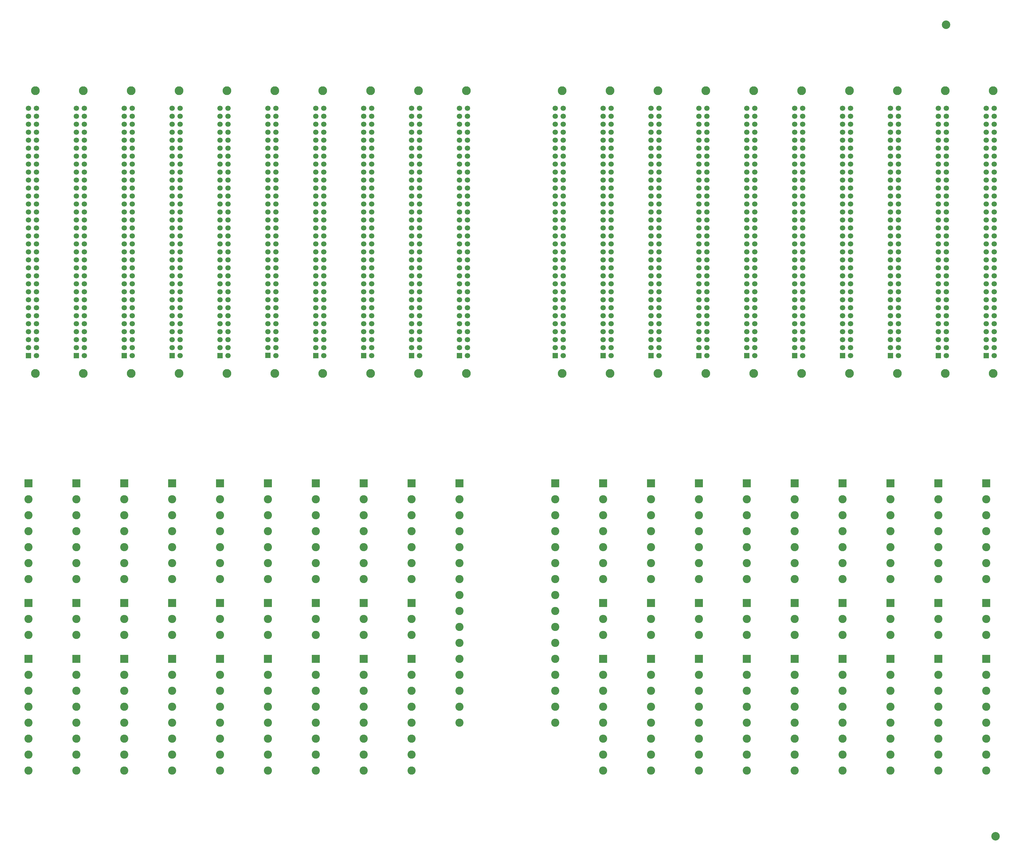
<source format=gbr>
G04 #@! TF.GenerationSoftware,KiCad,Pcbnew,(5.0.0)*
G04 #@! TF.CreationDate,2019-04-22T09:25:53+01:00*
G04 #@! TF.ProjectId,Backplane1,4261636B706C616E65312E6B69636164,rev?*
G04 #@! TF.SameCoordinates,Original*
G04 #@! TF.FileFunction,Soldermask,Bot*
G04 #@! TF.FilePolarity,Negative*
%FSLAX46Y46*%
G04 Gerber Fmt 4.6, Leading zero omitted, Abs format (unit mm)*
G04 Created by KiCad (PCBNEW (5.0.0)) date 04/22/19 09:25:53*
%MOMM*%
%LPD*%
G01*
G04 APERTURE LIST*
%ADD10C,2.600000*%
%ADD11R,2.600000X2.600000*%
%ADD12C,2.800000*%
%ADD13C,1.700000*%
%ADD14R,1.700000X1.700000*%
%ADD15C,2.700000*%
G04 APERTURE END LIST*
D10*
G04 #@! TO.C,J137*
X66040000Y-205740000D03*
X66040000Y-200660000D03*
X66040000Y-195580000D03*
X66040000Y-190500000D03*
X66040000Y-185420000D03*
X66040000Y-180340000D03*
D11*
X66040000Y-175260000D03*
G04 #@! TD*
D10*
G04 #@! TO.C,J138*
X81280000Y-205740000D03*
X81280000Y-200660000D03*
X81280000Y-195580000D03*
X81280000Y-190500000D03*
X81280000Y-185420000D03*
X81280000Y-180340000D03*
D11*
X81280000Y-175260000D03*
G04 #@! TD*
D10*
G04 #@! TO.C,J139*
X96520000Y-205740000D03*
X96520000Y-200660000D03*
X96520000Y-195580000D03*
X96520000Y-190500000D03*
X96520000Y-185420000D03*
X96520000Y-180340000D03*
D11*
X96520000Y-175260000D03*
G04 #@! TD*
D10*
G04 #@! TO.C,J140*
X111760000Y-205740000D03*
X111760000Y-200660000D03*
X111760000Y-195580000D03*
X111760000Y-190500000D03*
X111760000Y-185420000D03*
X111760000Y-180340000D03*
D11*
X111760000Y-175260000D03*
G04 #@! TD*
D10*
G04 #@! TO.C,J141*
X127000000Y-205740000D03*
X127000000Y-200660000D03*
X127000000Y-195580000D03*
X127000000Y-190500000D03*
X127000000Y-185420000D03*
X127000000Y-180340000D03*
D11*
X127000000Y-175260000D03*
G04 #@! TD*
D10*
G04 #@! TO.C,J154*
X340360000Y-205740000D03*
X340360000Y-200660000D03*
X340360000Y-195580000D03*
X340360000Y-190500000D03*
X340360000Y-185420000D03*
X340360000Y-180340000D03*
D11*
X340360000Y-175260000D03*
G04 #@! TD*
D10*
G04 #@! TO.C,J153*
X325120000Y-205740000D03*
X325120000Y-200660000D03*
X325120000Y-195580000D03*
X325120000Y-190500000D03*
X325120000Y-185420000D03*
X325120000Y-180340000D03*
D11*
X325120000Y-175260000D03*
G04 #@! TD*
D10*
G04 #@! TO.C,J155*
X355600000Y-205740000D03*
X355600000Y-200660000D03*
X355600000Y-195580000D03*
X355600000Y-190500000D03*
X355600000Y-185420000D03*
X355600000Y-180340000D03*
D11*
X355600000Y-175260000D03*
G04 #@! TD*
D12*
G04 #@! TO.C,J46*
X205440000Y-50250000D03*
X205440000Y-140250000D03*
D13*
X205740000Y-55880000D03*
X203200000Y-55880000D03*
X205740000Y-58420000D03*
X203200000Y-58420000D03*
X205740000Y-60960000D03*
X203200000Y-60960000D03*
X205740000Y-63500000D03*
X203200000Y-63500000D03*
X205740000Y-66040000D03*
X203200000Y-66040000D03*
X205740000Y-68580000D03*
X203200000Y-68580000D03*
X205740000Y-71120000D03*
X203200000Y-71120000D03*
X205740000Y-73660000D03*
X203200000Y-73660000D03*
X205740000Y-76200000D03*
X203200000Y-76200000D03*
X205740000Y-78740000D03*
X203200000Y-78740000D03*
X205740000Y-81280000D03*
X203200000Y-81280000D03*
X205740000Y-83820000D03*
X203200000Y-83820000D03*
X205740000Y-86360000D03*
X203200000Y-86360000D03*
X205740000Y-88900000D03*
X203200000Y-88900000D03*
X205740000Y-91440000D03*
X203200000Y-91440000D03*
X205740000Y-93980000D03*
X203200000Y-93980000D03*
X205740000Y-96520000D03*
X203200000Y-96520000D03*
X205740000Y-99060000D03*
X203200000Y-99060000D03*
X205740000Y-101600000D03*
X203200000Y-101600000D03*
X205740000Y-104140000D03*
X203200000Y-104140000D03*
X205740000Y-106680000D03*
X203200000Y-106680000D03*
X205740000Y-109220000D03*
X203200000Y-109220000D03*
X205740000Y-111760000D03*
X203200000Y-111760000D03*
X205740000Y-114300000D03*
X203200000Y-114300000D03*
X205740000Y-116840000D03*
X203200000Y-116840000D03*
X205740000Y-119380000D03*
X203200000Y-119380000D03*
X205740000Y-121920000D03*
X203200000Y-121920000D03*
X205740000Y-124460000D03*
X203200000Y-124460000D03*
X205740000Y-127000000D03*
X203200000Y-127000000D03*
X205740000Y-129540000D03*
X203200000Y-129540000D03*
X205740000Y-132080000D03*
X203200000Y-132080000D03*
X205740000Y-134620000D03*
D14*
X203200000Y-134620000D03*
G04 #@! TD*
D10*
G04 #@! TO.C,J146*
X203200000Y-251460000D03*
X203200000Y-246380000D03*
X203200000Y-241300000D03*
X203200000Y-236220000D03*
X203200000Y-231140000D03*
X203200000Y-226060000D03*
X203200000Y-220980000D03*
X203200000Y-215900000D03*
X203200000Y-210820000D03*
X203200000Y-205740000D03*
X203200000Y-200660000D03*
X203200000Y-195580000D03*
X203200000Y-190500000D03*
X203200000Y-185420000D03*
X203200000Y-180340000D03*
D11*
X203200000Y-175260000D03*
G04 #@! TD*
D10*
G04 #@! TO.C,J147*
X233680000Y-251460000D03*
X233680000Y-246380000D03*
X233680000Y-241300000D03*
X233680000Y-236220000D03*
X233680000Y-231140000D03*
X233680000Y-226060000D03*
X233680000Y-220980000D03*
X233680000Y-215900000D03*
X233680000Y-210820000D03*
X233680000Y-205740000D03*
X233680000Y-200660000D03*
X233680000Y-195580000D03*
X233680000Y-190500000D03*
X233680000Y-185420000D03*
X233680000Y-180340000D03*
D11*
X233680000Y-175260000D03*
G04 #@! TD*
D10*
G04 #@! TO.C,J142*
X142240000Y-205740000D03*
X142240000Y-200660000D03*
X142240000Y-195580000D03*
X142240000Y-190500000D03*
X142240000Y-185420000D03*
X142240000Y-180340000D03*
D11*
X142240000Y-175260000D03*
G04 #@! TD*
D10*
G04 #@! TO.C,J143*
X157480000Y-205740000D03*
X157480000Y-200660000D03*
X157480000Y-195580000D03*
X157480000Y-190500000D03*
X157480000Y-185420000D03*
X157480000Y-180340000D03*
D11*
X157480000Y-175260000D03*
G04 #@! TD*
D10*
G04 #@! TO.C,J144*
X172720000Y-205740000D03*
X172720000Y-200660000D03*
X172720000Y-195580000D03*
X172720000Y-190500000D03*
X172720000Y-185420000D03*
X172720000Y-180340000D03*
D11*
X172720000Y-175260000D03*
G04 #@! TD*
D10*
G04 #@! TO.C,J145*
X187960000Y-205740000D03*
X187960000Y-200660000D03*
X187960000Y-195580000D03*
X187960000Y-190500000D03*
X187960000Y-185420000D03*
X187960000Y-180340000D03*
D11*
X187960000Y-175260000D03*
G04 #@! TD*
D10*
G04 #@! TO.C,J148*
X248920000Y-205740000D03*
X248920000Y-200660000D03*
X248920000Y-195580000D03*
X248920000Y-190500000D03*
X248920000Y-185420000D03*
X248920000Y-180340000D03*
D11*
X248920000Y-175260000D03*
G04 #@! TD*
D10*
G04 #@! TO.C,J149*
X264160000Y-205740000D03*
X264160000Y-200660000D03*
X264160000Y-195580000D03*
X264160000Y-190500000D03*
X264160000Y-185420000D03*
X264160000Y-180340000D03*
D11*
X264160000Y-175260000D03*
G04 #@! TD*
D10*
G04 #@! TO.C,J150*
X279400000Y-205740000D03*
X279400000Y-200660000D03*
X279400000Y-195580000D03*
X279400000Y-190500000D03*
X279400000Y-185420000D03*
X279400000Y-180340000D03*
D11*
X279400000Y-175260000D03*
G04 #@! TD*
D10*
G04 #@! TO.C,J151*
X294640000Y-205740000D03*
X294640000Y-200660000D03*
X294640000Y-195580000D03*
X294640000Y-190500000D03*
X294640000Y-185420000D03*
X294640000Y-180340000D03*
D11*
X294640000Y-175260000D03*
G04 #@! TD*
D10*
G04 #@! TO.C,J152*
X309880000Y-205740000D03*
X309880000Y-200660000D03*
X309880000Y-195580000D03*
X309880000Y-190500000D03*
X309880000Y-185420000D03*
X309880000Y-180340000D03*
D11*
X309880000Y-175260000D03*
G04 #@! TD*
D10*
G04 #@! TO.C,J237*
X66040000Y-223520000D03*
X66040000Y-218440000D03*
D11*
X66040000Y-213360000D03*
G04 #@! TD*
D10*
G04 #@! TO.C,J238*
X81280000Y-223520000D03*
X81280000Y-218440000D03*
D11*
X81280000Y-213360000D03*
G04 #@! TD*
D10*
G04 #@! TO.C,J239*
X96520000Y-223520000D03*
X96520000Y-218440000D03*
D11*
X96520000Y-213360000D03*
G04 #@! TD*
D10*
G04 #@! TO.C,J240*
X111760000Y-223520000D03*
X111760000Y-218440000D03*
D11*
X111760000Y-213360000D03*
G04 #@! TD*
D10*
G04 #@! TO.C,J241*
X127000000Y-223520000D03*
X127000000Y-218440000D03*
D11*
X127000000Y-213360000D03*
G04 #@! TD*
D10*
G04 #@! TO.C,J242*
X142240000Y-223520000D03*
X142240000Y-218440000D03*
D11*
X142240000Y-213360000D03*
G04 #@! TD*
D10*
G04 #@! TO.C,J243*
X157480000Y-223520000D03*
X157480000Y-218440000D03*
D11*
X157480000Y-213360000D03*
G04 #@! TD*
D10*
G04 #@! TO.C,J244*
X172720000Y-223520000D03*
X172720000Y-218440000D03*
D11*
X172720000Y-213360000D03*
G04 #@! TD*
D10*
G04 #@! TO.C,J245*
X187960000Y-223520000D03*
X187960000Y-218440000D03*
D11*
X187960000Y-213360000D03*
G04 #@! TD*
D10*
G04 #@! TO.C,J248*
X248920000Y-223520000D03*
X248920000Y-218440000D03*
D11*
X248920000Y-213360000D03*
G04 #@! TD*
D10*
G04 #@! TO.C,J249*
X264160000Y-223520000D03*
X264160000Y-218440000D03*
D11*
X264160000Y-213360000D03*
G04 #@! TD*
D10*
G04 #@! TO.C,J250*
X279400000Y-223520000D03*
X279400000Y-218440000D03*
D11*
X279400000Y-213360000D03*
G04 #@! TD*
D10*
G04 #@! TO.C,J251*
X294640000Y-223520000D03*
X294640000Y-218440000D03*
D11*
X294640000Y-213360000D03*
G04 #@! TD*
D10*
G04 #@! TO.C,J252*
X309880000Y-223520000D03*
X309880000Y-218440000D03*
D11*
X309880000Y-213360000D03*
G04 #@! TD*
D10*
G04 #@! TO.C,J253*
X325120000Y-223520000D03*
X325120000Y-218440000D03*
D11*
X325120000Y-213360000D03*
G04 #@! TD*
D10*
G04 #@! TO.C,J254*
X340360000Y-223520000D03*
X340360000Y-218440000D03*
D11*
X340360000Y-213360000D03*
G04 #@! TD*
D10*
G04 #@! TO.C,J255*
X355600000Y-223520000D03*
X355600000Y-218440000D03*
D11*
X355600000Y-213360000D03*
G04 #@! TD*
D10*
G04 #@! TO.C,J337*
X66040000Y-266700000D03*
X66040000Y-261620000D03*
X66040000Y-256540000D03*
X66040000Y-251460000D03*
X66040000Y-246380000D03*
X66040000Y-241300000D03*
X66040000Y-236220000D03*
D11*
X66040000Y-231140000D03*
G04 #@! TD*
D10*
G04 #@! TO.C,J338*
X81280000Y-266700000D03*
X81280000Y-261620000D03*
X81280000Y-256540000D03*
X81280000Y-251460000D03*
X81280000Y-246380000D03*
X81280000Y-241300000D03*
X81280000Y-236220000D03*
D11*
X81280000Y-231140000D03*
G04 #@! TD*
D10*
G04 #@! TO.C,J339*
X96520000Y-266700000D03*
X96520000Y-261620000D03*
X96520000Y-256540000D03*
X96520000Y-251460000D03*
X96520000Y-246380000D03*
X96520000Y-241300000D03*
X96520000Y-236220000D03*
D11*
X96520000Y-231140000D03*
G04 #@! TD*
D10*
G04 #@! TO.C,J340*
X111760000Y-266700000D03*
X111760000Y-261620000D03*
X111760000Y-256540000D03*
X111760000Y-251460000D03*
X111760000Y-246380000D03*
X111760000Y-241300000D03*
X111760000Y-236220000D03*
D11*
X111760000Y-231140000D03*
G04 #@! TD*
D10*
G04 #@! TO.C,J341*
X127000000Y-266700000D03*
X127000000Y-261620000D03*
X127000000Y-256540000D03*
X127000000Y-251460000D03*
X127000000Y-246380000D03*
X127000000Y-241300000D03*
X127000000Y-236220000D03*
D11*
X127000000Y-231140000D03*
G04 #@! TD*
D10*
G04 #@! TO.C,J342*
X142240000Y-266700000D03*
X142240000Y-261620000D03*
X142240000Y-256540000D03*
X142240000Y-251460000D03*
X142240000Y-246380000D03*
X142240000Y-241300000D03*
X142240000Y-236220000D03*
D11*
X142240000Y-231140000D03*
G04 #@! TD*
D10*
G04 #@! TO.C,J343*
X157480000Y-266700000D03*
X157480000Y-261620000D03*
X157480000Y-256540000D03*
X157480000Y-251460000D03*
X157480000Y-246380000D03*
X157480000Y-241300000D03*
X157480000Y-236220000D03*
D11*
X157480000Y-231140000D03*
G04 #@! TD*
D10*
G04 #@! TO.C,J344*
X172720000Y-266700000D03*
X172720000Y-261620000D03*
X172720000Y-256540000D03*
X172720000Y-251460000D03*
X172720000Y-246380000D03*
X172720000Y-241300000D03*
X172720000Y-236220000D03*
D11*
X172720000Y-231140000D03*
G04 #@! TD*
D10*
G04 #@! TO.C,J345*
X187960000Y-266700000D03*
X187960000Y-261620000D03*
X187960000Y-256540000D03*
X187960000Y-251460000D03*
X187960000Y-246380000D03*
X187960000Y-241300000D03*
X187960000Y-236220000D03*
D11*
X187960000Y-231140000D03*
G04 #@! TD*
D10*
G04 #@! TO.C,J348*
X248920000Y-266700000D03*
X248920000Y-261620000D03*
X248920000Y-256540000D03*
X248920000Y-251460000D03*
X248920000Y-246380000D03*
X248920000Y-241300000D03*
X248920000Y-236220000D03*
D11*
X248920000Y-231140000D03*
G04 #@! TD*
D10*
G04 #@! TO.C,J349*
X264160000Y-266700000D03*
X264160000Y-261620000D03*
X264160000Y-256540000D03*
X264160000Y-251460000D03*
X264160000Y-246380000D03*
X264160000Y-241300000D03*
X264160000Y-236220000D03*
D11*
X264160000Y-231140000D03*
G04 #@! TD*
D10*
G04 #@! TO.C,J350*
X279400000Y-266700000D03*
X279400000Y-261620000D03*
X279400000Y-256540000D03*
X279400000Y-251460000D03*
X279400000Y-246380000D03*
X279400000Y-241300000D03*
X279400000Y-236220000D03*
D11*
X279400000Y-231140000D03*
G04 #@! TD*
D10*
G04 #@! TO.C,J351*
X294640000Y-266700000D03*
X294640000Y-261620000D03*
X294640000Y-256540000D03*
X294640000Y-251460000D03*
X294640000Y-246380000D03*
X294640000Y-241300000D03*
X294640000Y-236220000D03*
D11*
X294640000Y-231140000D03*
G04 #@! TD*
D10*
G04 #@! TO.C,J352*
X309880000Y-266700000D03*
X309880000Y-261620000D03*
X309880000Y-256540000D03*
X309880000Y-251460000D03*
X309880000Y-246380000D03*
X309880000Y-241300000D03*
X309880000Y-236220000D03*
D11*
X309880000Y-231140000D03*
G04 #@! TD*
D10*
G04 #@! TO.C,J353*
X325120000Y-266700000D03*
X325120000Y-261620000D03*
X325120000Y-256540000D03*
X325120000Y-251460000D03*
X325120000Y-246380000D03*
X325120000Y-241300000D03*
X325120000Y-236220000D03*
D11*
X325120000Y-231140000D03*
G04 #@! TD*
D10*
G04 #@! TO.C,J354*
X340360000Y-266700000D03*
X340360000Y-261620000D03*
X340360000Y-256540000D03*
X340360000Y-251460000D03*
X340360000Y-246380000D03*
X340360000Y-241300000D03*
X340360000Y-236220000D03*
D11*
X340360000Y-231140000D03*
G04 #@! TD*
D10*
G04 #@! TO.C,J355*
X355600000Y-266700000D03*
X355600000Y-261620000D03*
X355600000Y-256540000D03*
X355600000Y-251460000D03*
X355600000Y-246380000D03*
X355600000Y-241300000D03*
X355600000Y-236220000D03*
D11*
X355600000Y-231140000D03*
G04 #@! TD*
D10*
G04 #@! TO.C,J356*
X370840000Y-266700000D03*
X370840000Y-261620000D03*
X370840000Y-256540000D03*
X370840000Y-251460000D03*
X370840000Y-246380000D03*
X370840000Y-241300000D03*
X370840000Y-236220000D03*
D11*
X370840000Y-231140000D03*
G04 #@! TD*
D10*
G04 #@! TO.C,J256*
X370840000Y-223520000D03*
X370840000Y-218440000D03*
D11*
X370840000Y-213360000D03*
G04 #@! TD*
D10*
G04 #@! TO.C,J156*
X370840000Y-205740000D03*
X370840000Y-200660000D03*
X370840000Y-195580000D03*
X370840000Y-190500000D03*
X370840000Y-185420000D03*
X370840000Y-180340000D03*
D11*
X370840000Y-175260000D03*
G04 #@! TD*
D12*
G04 #@! TO.C,J37*
X68280000Y-50250000D03*
X68280000Y-140250000D03*
D13*
X68580000Y-55880000D03*
X66040000Y-55880000D03*
X68580000Y-58420000D03*
X66040000Y-58420000D03*
X68580000Y-60960000D03*
X66040000Y-60960000D03*
X68580000Y-63500000D03*
X66040000Y-63500000D03*
X68580000Y-66040000D03*
X66040000Y-66040000D03*
X68580000Y-68580000D03*
X66040000Y-68580000D03*
X68580000Y-71120000D03*
X66040000Y-71120000D03*
X68580000Y-73660000D03*
X66040000Y-73660000D03*
X68580000Y-76200000D03*
X66040000Y-76200000D03*
X68580000Y-78740000D03*
X66040000Y-78740000D03*
X68580000Y-81280000D03*
X66040000Y-81280000D03*
X68580000Y-83820000D03*
X66040000Y-83820000D03*
X68580000Y-86360000D03*
X66040000Y-86360000D03*
X68580000Y-88900000D03*
X66040000Y-88900000D03*
X68580000Y-91440000D03*
X66040000Y-91440000D03*
X68580000Y-93980000D03*
X66040000Y-93980000D03*
X68580000Y-96520000D03*
X66040000Y-96520000D03*
X68580000Y-99060000D03*
X66040000Y-99060000D03*
X68580000Y-101600000D03*
X66040000Y-101600000D03*
X68580000Y-104140000D03*
X66040000Y-104140000D03*
X68580000Y-106680000D03*
X66040000Y-106680000D03*
X68580000Y-109220000D03*
X66040000Y-109220000D03*
X68580000Y-111760000D03*
X66040000Y-111760000D03*
X68580000Y-114300000D03*
X66040000Y-114300000D03*
X68580000Y-116840000D03*
X66040000Y-116840000D03*
X68580000Y-119380000D03*
X66040000Y-119380000D03*
X68580000Y-121920000D03*
X66040000Y-121920000D03*
X68580000Y-124460000D03*
X66040000Y-124460000D03*
X68580000Y-127000000D03*
X66040000Y-127000000D03*
X68580000Y-129540000D03*
X66040000Y-129540000D03*
X68580000Y-132080000D03*
X66040000Y-132080000D03*
X68580000Y-134620000D03*
D14*
X66040000Y-134620000D03*
G04 #@! TD*
D12*
G04 #@! TO.C,J38*
X83520000Y-50250000D03*
X83520000Y-140250000D03*
D13*
X83820000Y-55880000D03*
X81280000Y-55880000D03*
X83820000Y-58420000D03*
X81280000Y-58420000D03*
X83820000Y-60960000D03*
X81280000Y-60960000D03*
X83820000Y-63500000D03*
X81280000Y-63500000D03*
X83820000Y-66040000D03*
X81280000Y-66040000D03*
X83820000Y-68580000D03*
X81280000Y-68580000D03*
X83820000Y-71120000D03*
X81280000Y-71120000D03*
X83820000Y-73660000D03*
X81280000Y-73660000D03*
X83820000Y-76200000D03*
X81280000Y-76200000D03*
X83820000Y-78740000D03*
X81280000Y-78740000D03*
X83820000Y-81280000D03*
X81280000Y-81280000D03*
X83820000Y-83820000D03*
X81280000Y-83820000D03*
X83820000Y-86360000D03*
X81280000Y-86360000D03*
X83820000Y-88900000D03*
X81280000Y-88900000D03*
X83820000Y-91440000D03*
X81280000Y-91440000D03*
X83820000Y-93980000D03*
X81280000Y-93980000D03*
X83820000Y-96520000D03*
X81280000Y-96520000D03*
X83820000Y-99060000D03*
X81280000Y-99060000D03*
X83820000Y-101600000D03*
X81280000Y-101600000D03*
X83820000Y-104140000D03*
X81280000Y-104140000D03*
X83820000Y-106680000D03*
X81280000Y-106680000D03*
X83820000Y-109220000D03*
X81280000Y-109220000D03*
X83820000Y-111760000D03*
X81280000Y-111760000D03*
X83820000Y-114300000D03*
X81280000Y-114300000D03*
X83820000Y-116840000D03*
X81280000Y-116840000D03*
X83820000Y-119380000D03*
X81280000Y-119380000D03*
X83820000Y-121920000D03*
X81280000Y-121920000D03*
X83820000Y-124460000D03*
X81280000Y-124460000D03*
X83820000Y-127000000D03*
X81280000Y-127000000D03*
X83820000Y-129540000D03*
X81280000Y-129540000D03*
X83820000Y-132080000D03*
X81280000Y-132080000D03*
X83820000Y-134620000D03*
D14*
X81280000Y-134620000D03*
G04 #@! TD*
D12*
G04 #@! TO.C,J39*
X98760000Y-50250000D03*
X98760000Y-140250000D03*
D13*
X99060000Y-55880000D03*
X96520000Y-55880000D03*
X99060000Y-58420000D03*
X96520000Y-58420000D03*
X99060000Y-60960000D03*
X96520000Y-60960000D03*
X99060000Y-63500000D03*
X96520000Y-63500000D03*
X99060000Y-66040000D03*
X96520000Y-66040000D03*
X99060000Y-68580000D03*
X96520000Y-68580000D03*
X99060000Y-71120000D03*
X96520000Y-71120000D03*
X99060000Y-73660000D03*
X96520000Y-73660000D03*
X99060000Y-76200000D03*
X96520000Y-76200000D03*
X99060000Y-78740000D03*
X96520000Y-78740000D03*
X99060000Y-81280000D03*
X96520000Y-81280000D03*
X99060000Y-83820000D03*
X96520000Y-83820000D03*
X99060000Y-86360000D03*
X96520000Y-86360000D03*
X99060000Y-88900000D03*
X96520000Y-88900000D03*
X99060000Y-91440000D03*
X96520000Y-91440000D03*
X99060000Y-93980000D03*
X96520000Y-93980000D03*
X99060000Y-96520000D03*
X96520000Y-96520000D03*
X99060000Y-99060000D03*
X96520000Y-99060000D03*
X99060000Y-101600000D03*
X96520000Y-101600000D03*
X99060000Y-104140000D03*
X96520000Y-104140000D03*
X99060000Y-106680000D03*
X96520000Y-106680000D03*
X99060000Y-109220000D03*
X96520000Y-109220000D03*
X99060000Y-111760000D03*
X96520000Y-111760000D03*
X99060000Y-114300000D03*
X96520000Y-114300000D03*
X99060000Y-116840000D03*
X96520000Y-116840000D03*
X99060000Y-119380000D03*
X96520000Y-119380000D03*
X99060000Y-121920000D03*
X96520000Y-121920000D03*
X99060000Y-124460000D03*
X96520000Y-124460000D03*
X99060000Y-127000000D03*
X96520000Y-127000000D03*
X99060000Y-129540000D03*
X96520000Y-129540000D03*
X99060000Y-132080000D03*
X96520000Y-132080000D03*
X99060000Y-134620000D03*
D14*
X96520000Y-134620000D03*
G04 #@! TD*
D12*
G04 #@! TO.C,J40*
X114000000Y-50250000D03*
X114000000Y-140250000D03*
D13*
X114300000Y-55880000D03*
X111760000Y-55880000D03*
X114300000Y-58420000D03*
X111760000Y-58420000D03*
X114300000Y-60960000D03*
X111760000Y-60960000D03*
X114300000Y-63500000D03*
X111760000Y-63500000D03*
X114300000Y-66040000D03*
X111760000Y-66040000D03*
X114300000Y-68580000D03*
X111760000Y-68580000D03*
X114300000Y-71120000D03*
X111760000Y-71120000D03*
X114300000Y-73660000D03*
X111760000Y-73660000D03*
X114300000Y-76200000D03*
X111760000Y-76200000D03*
X114300000Y-78740000D03*
X111760000Y-78740000D03*
X114300000Y-81280000D03*
X111760000Y-81280000D03*
X114300000Y-83820000D03*
X111760000Y-83820000D03*
X114300000Y-86360000D03*
X111760000Y-86360000D03*
X114300000Y-88900000D03*
X111760000Y-88900000D03*
X114300000Y-91440000D03*
X111760000Y-91440000D03*
X114300000Y-93980000D03*
X111760000Y-93980000D03*
X114300000Y-96520000D03*
X111760000Y-96520000D03*
X114300000Y-99060000D03*
X111760000Y-99060000D03*
X114300000Y-101600000D03*
X111760000Y-101600000D03*
X114300000Y-104140000D03*
X111760000Y-104140000D03*
X114300000Y-106680000D03*
X111760000Y-106680000D03*
X114300000Y-109220000D03*
X111760000Y-109220000D03*
X114300000Y-111760000D03*
X111760000Y-111760000D03*
X114300000Y-114300000D03*
X111760000Y-114300000D03*
X114300000Y-116840000D03*
X111760000Y-116840000D03*
X114300000Y-119380000D03*
X111760000Y-119380000D03*
X114300000Y-121920000D03*
X111760000Y-121920000D03*
X114300000Y-124460000D03*
X111760000Y-124460000D03*
X114300000Y-127000000D03*
X111760000Y-127000000D03*
X114300000Y-129540000D03*
X111760000Y-129540000D03*
X114300000Y-132080000D03*
X111760000Y-132080000D03*
X114300000Y-134620000D03*
D14*
X111760000Y-134620000D03*
G04 #@! TD*
D12*
G04 #@! TO.C,J41*
X129240000Y-50250000D03*
X129240000Y-140250000D03*
D13*
X129540000Y-55880000D03*
X127000000Y-55880000D03*
X129540000Y-58420000D03*
X127000000Y-58420000D03*
X129540000Y-60960000D03*
X127000000Y-60960000D03*
X129540000Y-63500000D03*
X127000000Y-63500000D03*
X129540000Y-66040000D03*
X127000000Y-66040000D03*
X129540000Y-68580000D03*
X127000000Y-68580000D03*
X129540000Y-71120000D03*
X127000000Y-71120000D03*
X129540000Y-73660000D03*
X127000000Y-73660000D03*
X129540000Y-76200000D03*
X127000000Y-76200000D03*
X129540000Y-78740000D03*
X127000000Y-78740000D03*
X129540000Y-81280000D03*
X127000000Y-81280000D03*
X129540000Y-83820000D03*
X127000000Y-83820000D03*
X129540000Y-86360000D03*
X127000000Y-86360000D03*
X129540000Y-88900000D03*
X127000000Y-88900000D03*
X129540000Y-91440000D03*
X127000000Y-91440000D03*
X129540000Y-93980000D03*
X127000000Y-93980000D03*
X129540000Y-96520000D03*
X127000000Y-96520000D03*
X129540000Y-99060000D03*
X127000000Y-99060000D03*
X129540000Y-101600000D03*
X127000000Y-101600000D03*
X129540000Y-104140000D03*
X127000000Y-104140000D03*
X129540000Y-106680000D03*
X127000000Y-106680000D03*
X129540000Y-109220000D03*
X127000000Y-109220000D03*
X129540000Y-111760000D03*
X127000000Y-111760000D03*
X129540000Y-114300000D03*
X127000000Y-114300000D03*
X129540000Y-116840000D03*
X127000000Y-116840000D03*
X129540000Y-119380000D03*
X127000000Y-119380000D03*
X129540000Y-121920000D03*
X127000000Y-121920000D03*
X129540000Y-124460000D03*
X127000000Y-124460000D03*
X129540000Y-127000000D03*
X127000000Y-127000000D03*
X129540000Y-129540000D03*
X127000000Y-129540000D03*
X129540000Y-132080000D03*
X127000000Y-132080000D03*
X129540000Y-134620000D03*
D14*
X127000000Y-134620000D03*
G04 #@! TD*
D12*
G04 #@! TO.C,J42*
X144480000Y-50250000D03*
X144480000Y-140250000D03*
D13*
X144780000Y-55880000D03*
X142240000Y-55880000D03*
X144780000Y-58420000D03*
X142240000Y-58420000D03*
X144780000Y-60960000D03*
X142240000Y-60960000D03*
X144780000Y-63500000D03*
X142240000Y-63500000D03*
X144780000Y-66040000D03*
X142240000Y-66040000D03*
X144780000Y-68580000D03*
X142240000Y-68580000D03*
X144780000Y-71120000D03*
X142240000Y-71120000D03*
X144780000Y-73660000D03*
X142240000Y-73660000D03*
X144780000Y-76200000D03*
X142240000Y-76200000D03*
X144780000Y-78740000D03*
X142240000Y-78740000D03*
X144780000Y-81280000D03*
X142240000Y-81280000D03*
X144780000Y-83820000D03*
X142240000Y-83820000D03*
X144780000Y-86360000D03*
X142240000Y-86360000D03*
X144780000Y-88900000D03*
X142240000Y-88900000D03*
X144780000Y-91440000D03*
X142240000Y-91440000D03*
X144780000Y-93980000D03*
X142240000Y-93980000D03*
X144780000Y-96520000D03*
X142240000Y-96520000D03*
X144780000Y-99060000D03*
X142240000Y-99060000D03*
X144780000Y-101600000D03*
X142240000Y-101600000D03*
X144780000Y-104140000D03*
X142240000Y-104140000D03*
X144780000Y-106680000D03*
X142240000Y-106680000D03*
X144780000Y-109220000D03*
X142240000Y-109220000D03*
X144780000Y-111760000D03*
X142240000Y-111760000D03*
X144780000Y-114300000D03*
X142240000Y-114300000D03*
X144780000Y-116840000D03*
X142240000Y-116840000D03*
X144780000Y-119380000D03*
X142240000Y-119380000D03*
X144780000Y-121920000D03*
X142240000Y-121920000D03*
X144780000Y-124460000D03*
X142240000Y-124460000D03*
X144780000Y-127000000D03*
X142240000Y-127000000D03*
X144780000Y-129540000D03*
X142240000Y-129540000D03*
X144780000Y-132080000D03*
X142240000Y-132080000D03*
X144780000Y-134620000D03*
D14*
X142240000Y-134556000D03*
G04 #@! TD*
D12*
G04 #@! TO.C,J43*
X159720000Y-50250000D03*
X159720000Y-140250000D03*
D13*
X160020000Y-55880000D03*
X157480000Y-55880000D03*
X160020000Y-58420000D03*
X157480000Y-58420000D03*
X160020000Y-60960000D03*
X157480000Y-60960000D03*
X160020000Y-63500000D03*
X157480000Y-63500000D03*
X160020000Y-66040000D03*
X157480000Y-66040000D03*
X160020000Y-68580000D03*
X157480000Y-68580000D03*
X160020000Y-71120000D03*
X157480000Y-71120000D03*
X160020000Y-73660000D03*
X157480000Y-73660000D03*
X160020000Y-76200000D03*
X157480000Y-76200000D03*
X160020000Y-78740000D03*
X157480000Y-78740000D03*
X160020000Y-81280000D03*
X157480000Y-81280000D03*
X160020000Y-83820000D03*
X157480000Y-83820000D03*
X160020000Y-86360000D03*
X157480000Y-86360000D03*
X160020000Y-88900000D03*
X157480000Y-88900000D03*
X160020000Y-91440000D03*
X157480000Y-91440000D03*
X160020000Y-93980000D03*
X157480000Y-93980000D03*
X160020000Y-96520000D03*
X157480000Y-96520000D03*
X160020000Y-99060000D03*
X157480000Y-99060000D03*
X160020000Y-101600000D03*
X157480000Y-101600000D03*
X160020000Y-104140000D03*
X157480000Y-104140000D03*
X160020000Y-106680000D03*
X157480000Y-106680000D03*
X160020000Y-109220000D03*
X157480000Y-109220000D03*
X160020000Y-111760000D03*
X157480000Y-111760000D03*
X160020000Y-114300000D03*
X157480000Y-114300000D03*
X160020000Y-116840000D03*
X157480000Y-116840000D03*
X160020000Y-119380000D03*
X157480000Y-119380000D03*
X160020000Y-121920000D03*
X157480000Y-121920000D03*
X160020000Y-124460000D03*
X157480000Y-124460000D03*
X160020000Y-127000000D03*
X157480000Y-127000000D03*
X160020000Y-129540000D03*
X157480000Y-129540000D03*
X160020000Y-132080000D03*
X157480000Y-132080000D03*
X160020000Y-134620000D03*
D14*
X157480000Y-134620000D03*
G04 #@! TD*
D12*
G04 #@! TO.C,J44*
X174960000Y-50250000D03*
X174960000Y-140250000D03*
D13*
X175260000Y-55880000D03*
X172720000Y-55880000D03*
X175260000Y-58420000D03*
X172720000Y-58420000D03*
X175260000Y-60960000D03*
X172720000Y-60960000D03*
X175260000Y-63500000D03*
X172720000Y-63500000D03*
X175260000Y-66040000D03*
X172720000Y-66040000D03*
X175260000Y-68580000D03*
X172720000Y-68580000D03*
X175260000Y-71120000D03*
X172720000Y-71120000D03*
X175260000Y-73660000D03*
X172720000Y-73660000D03*
X175260000Y-76200000D03*
X172720000Y-76200000D03*
X175260000Y-78740000D03*
X172720000Y-78740000D03*
X175260000Y-81280000D03*
X172720000Y-81280000D03*
X175260000Y-83820000D03*
X172720000Y-83820000D03*
X175260000Y-86360000D03*
X172720000Y-86360000D03*
X175260000Y-88900000D03*
X172720000Y-88900000D03*
X175260000Y-91440000D03*
X172720000Y-91440000D03*
X175260000Y-93980000D03*
X172720000Y-93980000D03*
X175260000Y-96520000D03*
X172720000Y-96520000D03*
X175260000Y-99060000D03*
X172720000Y-99060000D03*
X175260000Y-101600000D03*
X172720000Y-101600000D03*
X175260000Y-104140000D03*
X172720000Y-104140000D03*
X175260000Y-106680000D03*
X172720000Y-106680000D03*
X175260000Y-109220000D03*
X172720000Y-109220000D03*
X175260000Y-111760000D03*
X172720000Y-111760000D03*
X175260000Y-114300000D03*
X172720000Y-114300000D03*
X175260000Y-116840000D03*
X172720000Y-116840000D03*
X175260000Y-119380000D03*
X172720000Y-119380000D03*
X175260000Y-121920000D03*
X172720000Y-121920000D03*
X175260000Y-124460000D03*
X172720000Y-124460000D03*
X175260000Y-127000000D03*
X172720000Y-127000000D03*
X175260000Y-129540000D03*
X172720000Y-129540000D03*
X175260000Y-132080000D03*
X172720000Y-132080000D03*
X175260000Y-134620000D03*
D14*
X172720000Y-134620000D03*
G04 #@! TD*
D12*
G04 #@! TO.C,J45*
X190200000Y-50250000D03*
X190200000Y-140250000D03*
D13*
X190500000Y-55880000D03*
X187960000Y-55880000D03*
X190500000Y-58420000D03*
X187960000Y-58420000D03*
X190500000Y-60960000D03*
X187960000Y-60960000D03*
X190500000Y-63500000D03*
X187960000Y-63500000D03*
X190500000Y-66040000D03*
X187960000Y-66040000D03*
X190500000Y-68580000D03*
X187960000Y-68580000D03*
X190500000Y-71120000D03*
X187960000Y-71120000D03*
X190500000Y-73660000D03*
X187960000Y-73660000D03*
X190500000Y-76200000D03*
X187960000Y-76200000D03*
X190500000Y-78740000D03*
X187960000Y-78740000D03*
X190500000Y-81280000D03*
X187960000Y-81280000D03*
X190500000Y-83820000D03*
X187960000Y-83820000D03*
X190500000Y-86360000D03*
X187960000Y-86360000D03*
X190500000Y-88900000D03*
X187960000Y-88900000D03*
X190500000Y-91440000D03*
X187960000Y-91440000D03*
X190500000Y-93980000D03*
X187960000Y-93980000D03*
X190500000Y-96520000D03*
X187960000Y-96520000D03*
X190500000Y-99060000D03*
X187960000Y-99060000D03*
X190500000Y-101600000D03*
X187960000Y-101600000D03*
X190500000Y-104140000D03*
X187960000Y-104140000D03*
X190500000Y-106680000D03*
X187960000Y-106680000D03*
X190500000Y-109220000D03*
X187960000Y-109220000D03*
X190500000Y-111760000D03*
X187960000Y-111760000D03*
X190500000Y-114300000D03*
X187960000Y-114300000D03*
X190500000Y-116840000D03*
X187960000Y-116840000D03*
X190500000Y-119380000D03*
X187960000Y-119380000D03*
X190500000Y-121920000D03*
X187960000Y-121920000D03*
X190500000Y-124460000D03*
X187960000Y-124460000D03*
X190500000Y-127000000D03*
X187960000Y-127000000D03*
X190500000Y-129540000D03*
X187960000Y-129540000D03*
X190500000Y-132080000D03*
X187960000Y-132080000D03*
X190500000Y-134620000D03*
D14*
X187960000Y-134620000D03*
G04 #@! TD*
D12*
G04 #@! TO.C,J47*
X235920000Y-50250000D03*
X235920000Y-140250000D03*
D13*
X236220000Y-55880000D03*
X233680000Y-55880000D03*
X236220000Y-58420000D03*
X233680000Y-58420000D03*
X236220000Y-60960000D03*
X233680000Y-60960000D03*
X236220000Y-63500000D03*
X233680000Y-63500000D03*
X236220000Y-66040000D03*
X233680000Y-66040000D03*
X236220000Y-68580000D03*
X233680000Y-68580000D03*
X236220000Y-71120000D03*
X233680000Y-71120000D03*
X236220000Y-73660000D03*
X233680000Y-73660000D03*
X236220000Y-76200000D03*
X233680000Y-76200000D03*
X236220000Y-78740000D03*
X233680000Y-78740000D03*
X236220000Y-81280000D03*
X233680000Y-81280000D03*
X236220000Y-83820000D03*
X233680000Y-83820000D03*
X236220000Y-86360000D03*
X233680000Y-86360000D03*
X236220000Y-88900000D03*
X233680000Y-88900000D03*
X236220000Y-91440000D03*
X233680000Y-91440000D03*
X236220000Y-93980000D03*
X233680000Y-93980000D03*
X236220000Y-96520000D03*
X233680000Y-96520000D03*
X236220000Y-99060000D03*
X233680000Y-99060000D03*
X236220000Y-101600000D03*
X233680000Y-101600000D03*
X236220000Y-104140000D03*
X233680000Y-104140000D03*
X236220000Y-106680000D03*
X233680000Y-106680000D03*
X236220000Y-109220000D03*
X233680000Y-109220000D03*
X236220000Y-111760000D03*
X233680000Y-111760000D03*
X236220000Y-114300000D03*
X233680000Y-114300000D03*
X236220000Y-116840000D03*
X233680000Y-116840000D03*
X236220000Y-119380000D03*
X233680000Y-119380000D03*
X236220000Y-121920000D03*
X233680000Y-121920000D03*
X236220000Y-124460000D03*
X233680000Y-124460000D03*
X236220000Y-127000000D03*
X233680000Y-127000000D03*
X236220000Y-129540000D03*
X233680000Y-129540000D03*
X236220000Y-132080000D03*
X233680000Y-132080000D03*
X236220000Y-134620000D03*
D14*
X233680000Y-134620000D03*
G04 #@! TD*
D12*
G04 #@! TO.C,J48*
X251160000Y-50250000D03*
X251160000Y-140250000D03*
D13*
X251460000Y-55880000D03*
X248920000Y-55880000D03*
X251460000Y-58420000D03*
X248920000Y-58420000D03*
X251460000Y-60960000D03*
X248920000Y-60960000D03*
X251460000Y-63500000D03*
X248920000Y-63500000D03*
X251460000Y-66040000D03*
X248920000Y-66040000D03*
X251460000Y-68580000D03*
X248920000Y-68580000D03*
X251460000Y-71120000D03*
X248920000Y-71120000D03*
X251460000Y-73660000D03*
X248920000Y-73660000D03*
X251460000Y-76200000D03*
X248920000Y-76200000D03*
X251460000Y-78740000D03*
X248920000Y-78740000D03*
X251460000Y-81280000D03*
X248920000Y-81280000D03*
X251460000Y-83820000D03*
X248920000Y-83820000D03*
X251460000Y-86360000D03*
X248920000Y-86360000D03*
X251460000Y-88900000D03*
X248920000Y-88900000D03*
X251460000Y-91440000D03*
X248920000Y-91440000D03*
X251460000Y-93980000D03*
X248920000Y-93980000D03*
X251460000Y-96520000D03*
X248920000Y-96520000D03*
X251460000Y-99060000D03*
X248920000Y-99060000D03*
X251460000Y-101600000D03*
X248920000Y-101600000D03*
X251460000Y-104140000D03*
X248920000Y-104140000D03*
X251460000Y-106680000D03*
X248920000Y-106680000D03*
X251460000Y-109220000D03*
X248920000Y-109220000D03*
X251460000Y-111760000D03*
X248920000Y-111760000D03*
X251460000Y-114300000D03*
X248920000Y-114300000D03*
X251460000Y-116840000D03*
X248920000Y-116840000D03*
X251460000Y-119380000D03*
X248920000Y-119380000D03*
X251460000Y-121920000D03*
X248920000Y-121920000D03*
X251460000Y-124460000D03*
X248920000Y-124460000D03*
X251460000Y-127000000D03*
X248920000Y-127000000D03*
X251460000Y-129540000D03*
X248920000Y-129540000D03*
X251460000Y-132080000D03*
X248920000Y-132080000D03*
X251460000Y-134620000D03*
D14*
X248920000Y-134620000D03*
G04 #@! TD*
D12*
G04 #@! TO.C,J49*
X266400000Y-50250000D03*
X266400000Y-140250000D03*
D13*
X266700000Y-55880000D03*
X264160000Y-55880000D03*
X266700000Y-58420000D03*
X264160000Y-58420000D03*
X266700000Y-60960000D03*
X264160000Y-60960000D03*
X266700000Y-63500000D03*
X264160000Y-63500000D03*
X266700000Y-66040000D03*
X264160000Y-66040000D03*
X266700000Y-68580000D03*
X264160000Y-68580000D03*
X266700000Y-71120000D03*
X264160000Y-71120000D03*
X266700000Y-73660000D03*
X264160000Y-73660000D03*
X266700000Y-76200000D03*
X264160000Y-76200000D03*
X266700000Y-78740000D03*
X264160000Y-78740000D03*
X266700000Y-81280000D03*
X264160000Y-81280000D03*
X266700000Y-83820000D03*
X264160000Y-83820000D03*
X266700000Y-86360000D03*
X264160000Y-86360000D03*
X266700000Y-88900000D03*
X264160000Y-88900000D03*
X266700000Y-91440000D03*
X264160000Y-91440000D03*
X266700000Y-93980000D03*
X264160000Y-93980000D03*
X266700000Y-96520000D03*
X264160000Y-96520000D03*
X266700000Y-99060000D03*
X264160000Y-99060000D03*
X266700000Y-101600000D03*
X264160000Y-101600000D03*
X266700000Y-104140000D03*
X264160000Y-104140000D03*
X266700000Y-106680000D03*
X264160000Y-106680000D03*
X266700000Y-109220000D03*
X264160000Y-109220000D03*
X266700000Y-111760000D03*
X264160000Y-111760000D03*
X266700000Y-114300000D03*
X264160000Y-114300000D03*
X266700000Y-116840000D03*
X264160000Y-116840000D03*
X266700000Y-119380000D03*
X264160000Y-119380000D03*
X266700000Y-121920000D03*
X264160000Y-121920000D03*
X266700000Y-124460000D03*
X264160000Y-124460000D03*
X266700000Y-127000000D03*
X264160000Y-127000000D03*
X266700000Y-129540000D03*
X264160000Y-129540000D03*
X266700000Y-132080000D03*
X264160000Y-132080000D03*
X266700000Y-134620000D03*
D14*
X264160000Y-134620000D03*
G04 #@! TD*
D12*
G04 #@! TO.C,J50*
X281640000Y-50250000D03*
X281640000Y-140250000D03*
D13*
X281940000Y-55880000D03*
X279400000Y-55880000D03*
X281940000Y-58420000D03*
X279400000Y-58420000D03*
X281940000Y-60960000D03*
X279400000Y-60960000D03*
X281940000Y-63500000D03*
X279400000Y-63500000D03*
X281940000Y-66040000D03*
X279400000Y-66040000D03*
X281940000Y-68580000D03*
X279400000Y-68580000D03*
X281940000Y-71120000D03*
X279400000Y-71120000D03*
X281940000Y-73660000D03*
X279400000Y-73660000D03*
X281940000Y-76200000D03*
X279400000Y-76200000D03*
X281940000Y-78740000D03*
X279400000Y-78740000D03*
X281940000Y-81280000D03*
X279400000Y-81280000D03*
X281940000Y-83820000D03*
X279400000Y-83820000D03*
X281940000Y-86360000D03*
X279400000Y-86360000D03*
X281940000Y-88900000D03*
X279400000Y-88900000D03*
X281940000Y-91440000D03*
X279400000Y-91440000D03*
X281940000Y-93980000D03*
X279400000Y-93980000D03*
X281940000Y-96520000D03*
X279400000Y-96520000D03*
X281940000Y-99060000D03*
X279400000Y-99060000D03*
X281940000Y-101600000D03*
X279400000Y-101600000D03*
X281940000Y-104140000D03*
X279400000Y-104140000D03*
X281940000Y-106680000D03*
X279400000Y-106680000D03*
X281940000Y-109220000D03*
X279400000Y-109220000D03*
X281940000Y-111760000D03*
X279400000Y-111760000D03*
X281940000Y-114300000D03*
X279400000Y-114300000D03*
X281940000Y-116840000D03*
X279400000Y-116840000D03*
X281940000Y-119380000D03*
X279400000Y-119380000D03*
X281940000Y-121920000D03*
X279400000Y-121920000D03*
X281940000Y-124460000D03*
X279400000Y-124460000D03*
X281940000Y-127000000D03*
X279400000Y-127000000D03*
X281940000Y-129540000D03*
X279400000Y-129540000D03*
X281940000Y-132080000D03*
X279400000Y-132080000D03*
X281940000Y-134620000D03*
D14*
X279400000Y-134620000D03*
G04 #@! TD*
D12*
G04 #@! TO.C,J51*
X296880000Y-50250000D03*
X296880000Y-140250000D03*
D13*
X297180000Y-55880000D03*
X294640000Y-55880000D03*
X297180000Y-58420000D03*
X294640000Y-58420000D03*
X297180000Y-60960000D03*
X294640000Y-60960000D03*
X297180000Y-63500000D03*
X294640000Y-63500000D03*
X297180000Y-66040000D03*
X294640000Y-66040000D03*
X297180000Y-68580000D03*
X294640000Y-68580000D03*
X297180000Y-71120000D03*
X294640000Y-71120000D03*
X297180000Y-73660000D03*
X294640000Y-73660000D03*
X297180000Y-76200000D03*
X294640000Y-76200000D03*
X297180000Y-78740000D03*
X294640000Y-78740000D03*
X297180000Y-81280000D03*
X294640000Y-81280000D03*
X297180000Y-83820000D03*
X294640000Y-83820000D03*
X297180000Y-86360000D03*
X294640000Y-86360000D03*
X297180000Y-88900000D03*
X294640000Y-88900000D03*
X297180000Y-91440000D03*
X294640000Y-91440000D03*
X297180000Y-93980000D03*
X294640000Y-93980000D03*
X297180000Y-96520000D03*
X294640000Y-96520000D03*
X297180000Y-99060000D03*
X294640000Y-99060000D03*
X297180000Y-101600000D03*
X294640000Y-101600000D03*
X297180000Y-104140000D03*
X294640000Y-104140000D03*
X297180000Y-106680000D03*
X294640000Y-106680000D03*
X297180000Y-109220000D03*
X294640000Y-109220000D03*
X297180000Y-111760000D03*
X294640000Y-111760000D03*
X297180000Y-114300000D03*
X294640000Y-114300000D03*
X297180000Y-116840000D03*
X294640000Y-116840000D03*
X297180000Y-119380000D03*
X294640000Y-119380000D03*
X297180000Y-121920000D03*
X294640000Y-121920000D03*
X297180000Y-124460000D03*
X294640000Y-124460000D03*
X297180000Y-127000000D03*
X294640000Y-127000000D03*
X297180000Y-129540000D03*
X294640000Y-129540000D03*
X297180000Y-132080000D03*
X294640000Y-132080000D03*
X297180000Y-134620000D03*
D14*
X294640000Y-134620000D03*
G04 #@! TD*
D12*
G04 #@! TO.C,J52*
X312120000Y-50250000D03*
X312120000Y-140250000D03*
D13*
X312420000Y-55880000D03*
X309880000Y-55880000D03*
X312420000Y-58420000D03*
X309880000Y-58420000D03*
X312420000Y-60960000D03*
X309880000Y-60960000D03*
X312420000Y-63500000D03*
X309880000Y-63500000D03*
X312420000Y-66040000D03*
X309880000Y-66040000D03*
X312420000Y-68580000D03*
X309880000Y-68580000D03*
X312420000Y-71120000D03*
X309880000Y-71120000D03*
X312420000Y-73660000D03*
X309880000Y-73660000D03*
X312420000Y-76200000D03*
X309880000Y-76200000D03*
X312420000Y-78740000D03*
X309880000Y-78740000D03*
X312420000Y-81280000D03*
X309880000Y-81280000D03*
X312420000Y-83820000D03*
X309880000Y-83820000D03*
X312420000Y-86360000D03*
X309880000Y-86360000D03*
X312420000Y-88900000D03*
X309880000Y-88900000D03*
X312420000Y-91440000D03*
X309880000Y-91440000D03*
X312420000Y-93980000D03*
X309880000Y-93980000D03*
X312420000Y-96520000D03*
X309880000Y-96520000D03*
X312420000Y-99060000D03*
X309880000Y-99060000D03*
X312420000Y-101600000D03*
X309880000Y-101600000D03*
X312420000Y-104140000D03*
X309880000Y-104140000D03*
X312420000Y-106680000D03*
X309880000Y-106680000D03*
X312420000Y-109220000D03*
X309880000Y-109220000D03*
X312420000Y-111760000D03*
X309880000Y-111760000D03*
X312420000Y-114300000D03*
X309880000Y-114300000D03*
X312420000Y-116840000D03*
X309880000Y-116840000D03*
X312420000Y-119380000D03*
X309880000Y-119380000D03*
X312420000Y-121920000D03*
X309880000Y-121920000D03*
X312420000Y-124460000D03*
X309880000Y-124460000D03*
X312420000Y-127000000D03*
X309880000Y-127000000D03*
X312420000Y-129540000D03*
X309880000Y-129540000D03*
X312420000Y-132080000D03*
X309880000Y-132080000D03*
X312420000Y-134620000D03*
D14*
X309880000Y-134620000D03*
G04 #@! TD*
D12*
G04 #@! TO.C,J53*
X327360000Y-50250000D03*
X327360000Y-140250000D03*
D13*
X327660000Y-55880000D03*
X325120000Y-55880000D03*
X327660000Y-58420000D03*
X325120000Y-58420000D03*
X327660000Y-60960000D03*
X325120000Y-60960000D03*
X327660000Y-63500000D03*
X325120000Y-63500000D03*
X327660000Y-66040000D03*
X325120000Y-66040000D03*
X327660000Y-68580000D03*
X325120000Y-68580000D03*
X327660000Y-71120000D03*
X325120000Y-71120000D03*
X327660000Y-73660000D03*
X325120000Y-73660000D03*
X327660000Y-76200000D03*
X325120000Y-76200000D03*
X327660000Y-78740000D03*
X325120000Y-78740000D03*
X327660000Y-81280000D03*
X325120000Y-81280000D03*
X327660000Y-83820000D03*
X325120000Y-83820000D03*
X327660000Y-86360000D03*
X325120000Y-86360000D03*
X327660000Y-88900000D03*
X325120000Y-88900000D03*
X327660000Y-91440000D03*
X325120000Y-91440000D03*
X327660000Y-93980000D03*
X325120000Y-93980000D03*
X327660000Y-96520000D03*
X325120000Y-96520000D03*
X327660000Y-99060000D03*
X325120000Y-99060000D03*
X327660000Y-101600000D03*
X325120000Y-101600000D03*
X327660000Y-104140000D03*
X325120000Y-104140000D03*
X327660000Y-106680000D03*
X325120000Y-106680000D03*
X327660000Y-109220000D03*
X325120000Y-109220000D03*
X327660000Y-111760000D03*
X325120000Y-111760000D03*
X327660000Y-114300000D03*
X325120000Y-114300000D03*
X327660000Y-116840000D03*
X325120000Y-116840000D03*
X327660000Y-119380000D03*
X325120000Y-119380000D03*
X327660000Y-121920000D03*
X325120000Y-121920000D03*
X327660000Y-124460000D03*
X325120000Y-124460000D03*
X327660000Y-127000000D03*
X325120000Y-127000000D03*
X327660000Y-129540000D03*
X325120000Y-129540000D03*
X327660000Y-132080000D03*
X325120000Y-132080000D03*
X327660000Y-134620000D03*
D14*
X325120000Y-134620000D03*
G04 #@! TD*
D12*
G04 #@! TO.C,J54*
X342600000Y-50250000D03*
X342600000Y-140250000D03*
D13*
X342900000Y-55880000D03*
X340360000Y-55880000D03*
X342900000Y-58420000D03*
X340360000Y-58420000D03*
X342900000Y-60960000D03*
X340360000Y-60960000D03*
X342900000Y-63500000D03*
X340360000Y-63500000D03*
X342900000Y-66040000D03*
X340360000Y-66040000D03*
X342900000Y-68580000D03*
X340360000Y-68580000D03*
X342900000Y-71120000D03*
X340360000Y-71120000D03*
X342900000Y-73660000D03*
X340360000Y-73660000D03*
X342900000Y-76200000D03*
X340360000Y-76200000D03*
X342900000Y-78740000D03*
X340360000Y-78740000D03*
X342900000Y-81280000D03*
X340360000Y-81280000D03*
X342900000Y-83820000D03*
X340360000Y-83820000D03*
X342900000Y-86360000D03*
X340360000Y-86360000D03*
X342900000Y-88900000D03*
X340360000Y-88900000D03*
X342900000Y-91440000D03*
X340360000Y-91440000D03*
X342900000Y-93980000D03*
X340360000Y-93980000D03*
X342900000Y-96520000D03*
X340360000Y-96520000D03*
X342900000Y-99060000D03*
X340360000Y-99060000D03*
X342900000Y-101600000D03*
X340360000Y-101600000D03*
X342900000Y-104140000D03*
X340360000Y-104140000D03*
X342900000Y-106680000D03*
X340360000Y-106680000D03*
X342900000Y-109220000D03*
X340360000Y-109220000D03*
X342900000Y-111760000D03*
X340360000Y-111760000D03*
X342900000Y-114300000D03*
X340360000Y-114300000D03*
X342900000Y-116840000D03*
X340360000Y-116840000D03*
X342900000Y-119380000D03*
X340360000Y-119380000D03*
X342900000Y-121920000D03*
X340360000Y-121920000D03*
X342900000Y-124460000D03*
X340360000Y-124460000D03*
X342900000Y-127000000D03*
X340360000Y-127000000D03*
X342900000Y-129540000D03*
X340360000Y-129540000D03*
X342900000Y-132080000D03*
X340360000Y-132080000D03*
X342900000Y-134620000D03*
D14*
X340360000Y-134620000D03*
G04 #@! TD*
D12*
G04 #@! TO.C,J55*
X357840000Y-50250000D03*
X357840000Y-140250000D03*
D13*
X358140000Y-55880000D03*
X355600000Y-55880000D03*
X358140000Y-58420000D03*
X355600000Y-58420000D03*
X358140000Y-60960000D03*
X355600000Y-60960000D03*
X358140000Y-63500000D03*
X355600000Y-63500000D03*
X358140000Y-66040000D03*
X355600000Y-66040000D03*
X358140000Y-68580000D03*
X355600000Y-68580000D03*
X358140000Y-71120000D03*
X355600000Y-71120000D03*
X358140000Y-73660000D03*
X355600000Y-73660000D03*
X358140000Y-76200000D03*
X355600000Y-76200000D03*
X358140000Y-78740000D03*
X355600000Y-78740000D03*
X358140000Y-81280000D03*
X355600000Y-81280000D03*
X358140000Y-83820000D03*
X355600000Y-83820000D03*
X358140000Y-86360000D03*
X355600000Y-86360000D03*
X358140000Y-88900000D03*
X355600000Y-88900000D03*
X358140000Y-91440000D03*
X355600000Y-91440000D03*
X358140000Y-93980000D03*
X355600000Y-93980000D03*
X358140000Y-96520000D03*
X355600000Y-96520000D03*
X358140000Y-99060000D03*
X355600000Y-99060000D03*
X358140000Y-101600000D03*
X355600000Y-101600000D03*
X358140000Y-104140000D03*
X355600000Y-104140000D03*
X358140000Y-106680000D03*
X355600000Y-106680000D03*
X358140000Y-109220000D03*
X355600000Y-109220000D03*
X358140000Y-111760000D03*
X355600000Y-111760000D03*
X358140000Y-114300000D03*
X355600000Y-114300000D03*
X358140000Y-116840000D03*
X355600000Y-116840000D03*
X358140000Y-119380000D03*
X355600000Y-119380000D03*
X358140000Y-121920000D03*
X355600000Y-121920000D03*
X358140000Y-124460000D03*
X355600000Y-124460000D03*
X358140000Y-127000000D03*
X355600000Y-127000000D03*
X358140000Y-129540000D03*
X355600000Y-129540000D03*
X358140000Y-132080000D03*
X355600000Y-132080000D03*
X358140000Y-134620000D03*
D14*
X355600000Y-134620000D03*
G04 #@! TD*
D12*
G04 #@! TO.C,J56*
X373080000Y-50250000D03*
X373080000Y-140250000D03*
D13*
X373380000Y-55880000D03*
X370840000Y-55880000D03*
X373380000Y-58420000D03*
X370840000Y-58420000D03*
X373380000Y-60960000D03*
X370840000Y-60960000D03*
X373380000Y-63500000D03*
X370840000Y-63500000D03*
X373380000Y-66040000D03*
X370840000Y-66040000D03*
X373380000Y-68580000D03*
X370840000Y-68580000D03*
X373380000Y-71120000D03*
X370840000Y-71120000D03*
X373380000Y-73660000D03*
X370840000Y-73660000D03*
X373380000Y-76200000D03*
X370840000Y-76200000D03*
X373380000Y-78740000D03*
X370840000Y-78740000D03*
X373380000Y-81280000D03*
X370840000Y-81280000D03*
X373380000Y-83820000D03*
X370840000Y-83820000D03*
X373380000Y-86360000D03*
X370840000Y-86360000D03*
X373380000Y-88900000D03*
X370840000Y-88900000D03*
X373380000Y-91440000D03*
X370840000Y-91440000D03*
X373380000Y-93980000D03*
X370840000Y-93980000D03*
X373380000Y-96520000D03*
X370840000Y-96520000D03*
X373380000Y-99060000D03*
X370840000Y-99060000D03*
X373380000Y-101600000D03*
X370840000Y-101600000D03*
X373380000Y-104140000D03*
X370840000Y-104140000D03*
X373380000Y-106680000D03*
X370840000Y-106680000D03*
X373380000Y-109220000D03*
X370840000Y-109220000D03*
X373380000Y-111760000D03*
X370840000Y-111760000D03*
X373380000Y-114300000D03*
X370840000Y-114300000D03*
X373380000Y-116840000D03*
X370840000Y-116840000D03*
X373380000Y-119380000D03*
X370840000Y-119380000D03*
X373380000Y-121920000D03*
X370840000Y-121920000D03*
X373380000Y-124460000D03*
X370840000Y-124460000D03*
X373380000Y-127000000D03*
X370840000Y-127000000D03*
X373380000Y-129540000D03*
X370840000Y-129540000D03*
X373380000Y-132080000D03*
X370840000Y-132080000D03*
X373380000Y-134620000D03*
D14*
X370840000Y-134620000D03*
G04 #@! TD*
D15*
G04 #@! TO.C,TH21*
X358013000Y-29273500D03*
G04 #@! TD*
G04 #@! TO.C,REF\002A\002A*
X373761000Y-287592000D03*
G04 #@! TD*
M02*

</source>
